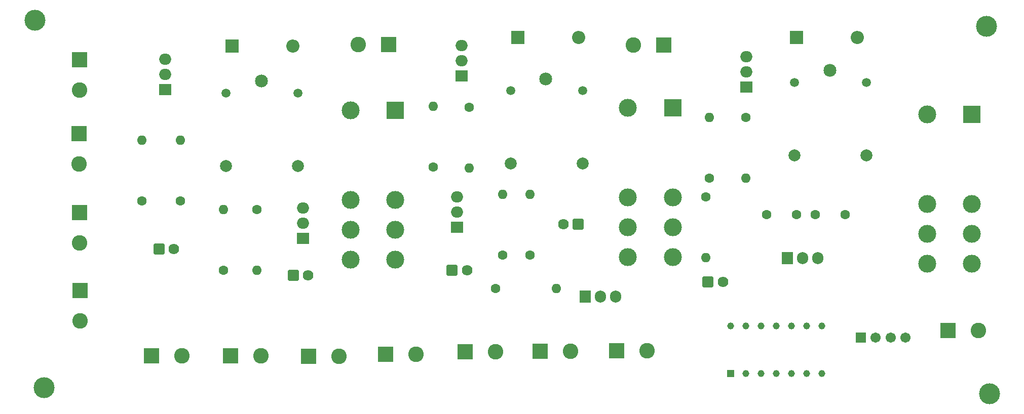
<source format=gbr>
%TF.GenerationSoftware,KiCad,Pcbnew,7.0.5*%
%TF.CreationDate,2024-01-10T23:37:06+05:30*%
%TF.ProjectId,Shutdown Circuit,53687574-646f-4776-9e20-436972637569,rev?*%
%TF.SameCoordinates,Original*%
%TF.FileFunction,Soldermask,Bot*%
%TF.FilePolarity,Negative*%
%FSLAX46Y46*%
G04 Gerber Fmt 4.6, Leading zero omitted, Abs format (unit mm)*
G04 Created by KiCad (PCBNEW 7.0.5) date 2024-01-10 23:37:06*
%MOMM*%
%LPD*%
G01*
G04 APERTURE LIST*
G04 Aperture macros list*
%AMRoundRect*
0 Rectangle with rounded corners*
0 $1 Rounding radius*
0 $2 $3 $4 $5 $6 $7 $8 $9 X,Y pos of 4 corners*
0 Add a 4 corners polygon primitive as box body*
4,1,4,$2,$3,$4,$5,$6,$7,$8,$9,$2,$3,0*
0 Add four circle primitives for the rounded corners*
1,1,$1+$1,$2,$3*
1,1,$1+$1,$4,$5*
1,1,$1+$1,$6,$7*
1,1,$1+$1,$8,$9*
0 Add four rect primitives between the rounded corners*
20,1,$1+$1,$2,$3,$4,$5,0*
20,1,$1+$1,$4,$5,$6,$7,0*
20,1,$1+$1,$6,$7,$8,$9,0*
20,1,$1+$1,$8,$9,$2,$3,0*%
G04 Aperture macros list end*
%ADD10C,3.500000*%
%ADD11C,1.600000*%
%ADD12R,2.000000X1.905000*%
%ADD13O,2.000000X1.905000*%
%ADD14R,1.905000X2.000000*%
%ADD15O,1.905000X2.000000*%
%ADD16O,1.600000X1.600000*%
%ADD17R,2.600000X2.600000*%
%ADD18C,2.600000*%
%ADD19C,1.512000*%
%ADD20C,2.154000*%
%ADD21C,2.004000*%
%ADD22C,1.779000*%
%ADD23RoundRect,0.102000X0.787500X0.787500X-0.787500X0.787500X-0.787500X-0.787500X0.787500X-0.787500X0*%
%ADD24R,2.200000X2.200000*%
%ADD25O,2.200000X2.200000*%
%ADD26C,3.000000*%
%ADD27R,3.000000X3.000000*%
%ADD28RoundRect,0.102000X-0.787500X-0.787500X0.787500X-0.787500X0.787500X0.787500X-0.787500X0.787500X0*%
%ADD29R,1.170000X1.170000*%
%ADD30C,1.170000*%
%ADD31RoundRect,0.102000X0.754000X0.754000X-0.754000X0.754000X-0.754000X-0.754000X0.754000X-0.754000X0*%
%ADD32C,1.712000*%
G04 APERTURE END LIST*
D10*
%TO.C,REF\u002A\u002A*%
X198120000Y-90424000D03*
%TD*%
%TO.C,REF\u002A\u002A*%
X40132000Y-89408000D03*
%TD*%
%TO.C,REF\u002A\u002A*%
X38608000Y-27940000D03*
%TD*%
%TO.C,REF\u002A\u002A*%
X197612000Y-28956000D03*
%TD*%
D11*
%TO.C,C2*%
X174026200Y-60497600D03*
X169026200Y-60497600D03*
%TD*%
D12*
%TO.C,Q7*%
X83413600Y-64465200D03*
D13*
X83413600Y-61925200D03*
X83413600Y-59385200D03*
%TD*%
D14*
%TO.C,Q5*%
X130581400Y-74147800D03*
D15*
X133121400Y-74147800D03*
X135661400Y-74147800D03*
%TD*%
D12*
%TO.C,Q3*%
X109174400Y-62585600D03*
D13*
X109174400Y-60045600D03*
X109174400Y-57505600D03*
%TD*%
D11*
%TO.C,C1*%
X165847400Y-60472200D03*
X160847400Y-60472200D03*
%TD*%
%TO.C,R3*%
X62890400Y-58216800D03*
D16*
X62890400Y-48056800D03*
%TD*%
D17*
%TO.C,J4*%
X110510400Y-83413800D03*
D18*
X115590400Y-83413800D03*
%TD*%
D17*
%TO.C,J15*%
X58064400Y-84099400D03*
D18*
X63144400Y-84099400D03*
%TD*%
D19*
%TO.C,K1*%
X130117900Y-39752500D03*
X118117900Y-39752500D03*
D20*
X123997900Y-37752500D03*
D21*
X130117900Y-51952500D03*
X118117900Y-51952500D03*
%TD*%
D22*
%TO.C,J17*%
X153599200Y-71738000D03*
D23*
X151099200Y-71738000D03*
%TD*%
D11*
%TO.C,R6*%
X116763800Y-67233800D03*
D16*
X116763800Y-57073800D03*
%TD*%
D17*
%TO.C,J1*%
X191180800Y-79832400D03*
D18*
X196260800Y-79832400D03*
%TD*%
D24*
%TO.C,D2*%
X119311700Y-30819700D03*
D25*
X129471700Y-30819700D03*
%TD*%
D12*
%TO.C,Q2*%
X157480000Y-39166800D03*
D13*
X157480000Y-36626800D03*
X157480000Y-34086800D03*
%TD*%
D12*
%TO.C,Q4*%
X60381000Y-39547800D03*
D13*
X60381000Y-37007800D03*
X60381000Y-34467800D03*
%TD*%
D17*
%TO.C,J7*%
X71297800Y-84099400D03*
D18*
X76377800Y-84099400D03*
%TD*%
D11*
%TO.C,R11*%
X121361200Y-67233800D03*
D16*
X121361200Y-57073800D03*
%TD*%
D23*
%TO.C,J16*%
X108345600Y-69748400D03*
D22*
X110845600Y-69748400D03*
%TD*%
D18*
%TO.C,J11*%
X46022614Y-52022798D03*
D17*
X46022614Y-46942798D03*
%TD*%
D19*
%TO.C,K3*%
X177557200Y-38371400D03*
X165557200Y-38371400D03*
D20*
X171437200Y-36371400D03*
D21*
X177557200Y-50571400D03*
X165557200Y-50571400D03*
%TD*%
D11*
%TO.C,R12*%
X150723600Y-57480200D03*
D16*
X150723600Y-67640200D03*
%TD*%
D17*
%TO.C,J5*%
X97226200Y-83845600D03*
D18*
X102306200Y-83845600D03*
%TD*%
D12*
%TO.C,Q1*%
X109911000Y-37236400D03*
D13*
X109911000Y-34696400D03*
X109911000Y-32156400D03*
%TD*%
D11*
%TO.C,R8*%
X157429200Y-44246800D03*
D16*
X157429200Y-54406800D03*
%TD*%
D23*
%TO.C,J14*%
X81782600Y-70595000D03*
D22*
X84282600Y-70595000D03*
%TD*%
D11*
%TO.C,R1*%
X70078600Y-69773800D03*
D16*
X70078600Y-59613800D03*
%TD*%
D19*
%TO.C,K7*%
X82555600Y-40153400D03*
X70555600Y-40153400D03*
D20*
X76435600Y-38153400D03*
D21*
X82555600Y-52353400D03*
X70555600Y-52353400D03*
%TD*%
D24*
%TO.C,D3*%
X165869900Y-30845100D03*
D25*
X176029900Y-30845100D03*
%TD*%
D17*
%TO.C,J3*%
X123063000Y-83312000D03*
D18*
X128143000Y-83312000D03*
%TD*%
D26*
%TO.C,K4*%
X145218800Y-62581800D03*
X145218800Y-57581800D03*
X145218800Y-67581800D03*
X137718800Y-62581800D03*
X137718800Y-57581800D03*
X137718800Y-67581800D03*
D27*
X145218800Y-42581800D03*
D26*
X137718800Y-42581800D03*
%TD*%
D17*
%TO.C,J2*%
X135834200Y-83261400D03*
D18*
X140914200Y-83261400D03*
%TD*%
D11*
%TO.C,R7*%
X151282400Y-54381400D03*
D16*
X151282400Y-44221400D03*
%TD*%
D17*
%TO.C,J10*%
X46099014Y-60104998D03*
D18*
X46099014Y-65184998D03*
%TD*%
D17*
%TO.C,J22*%
X46149814Y-73135198D03*
D18*
X46149814Y-78215198D03*
%TD*%
D14*
%TO.C,U2*%
X164338000Y-67741800D03*
D15*
X166878000Y-67741800D03*
X169418000Y-67741800D03*
%TD*%
D28*
%TO.C,J13*%
X129416100Y-62069200D03*
D22*
X126916100Y-62069200D03*
%TD*%
D29*
%TO.C,U1*%
X154889200Y-87071200D03*
D30*
X157429200Y-87071200D03*
X159969200Y-87071200D03*
X162509200Y-87071200D03*
X165049200Y-87071200D03*
X167589200Y-87071200D03*
X170129200Y-87071200D03*
X170129200Y-79131200D03*
X167589200Y-79131200D03*
X165049200Y-79131200D03*
X162509200Y-79131200D03*
X159969200Y-79131200D03*
X157429200Y-79131200D03*
X154889200Y-79131200D03*
%TD*%
D17*
%TO.C,J6*%
X84353400Y-84150200D03*
D18*
X89433400Y-84150200D03*
%TD*%
D11*
%TO.C,R4*%
X105130600Y-52527200D03*
D16*
X105130600Y-42367200D03*
%TD*%
D11*
%TO.C,R5*%
X111150400Y-42545000D03*
D16*
X111150400Y-52705000D03*
%TD*%
D17*
%TO.C,J9*%
X143692800Y-32080000D03*
D18*
X138612800Y-32080000D03*
%TD*%
D23*
%TO.C,J12*%
X59326700Y-66200800D03*
D22*
X61826700Y-66200800D03*
%TD*%
D31*
%TO.C,J19*%
X176596900Y-81059800D03*
D32*
X179096900Y-81059800D03*
X181596900Y-81059800D03*
X184096900Y-81059800D03*
%TD*%
D11*
%TO.C,R9*%
X115620800Y-72821800D03*
D16*
X125780800Y-72821800D03*
%TD*%
D24*
%TO.C,D1*%
X71526400Y-32308800D03*
D25*
X81686400Y-32308800D03*
%TD*%
D26*
%TO.C,K5*%
X195198100Y-63664500D03*
X195198100Y-58664500D03*
X195198100Y-68664500D03*
X187698100Y-63664500D03*
X187698100Y-58664500D03*
X187698100Y-68664500D03*
D27*
X195198100Y-43664500D03*
D26*
X187698100Y-43664500D03*
%TD*%
D17*
%TO.C,J18*%
X97724562Y-32035638D03*
D18*
X92644562Y-32035638D03*
%TD*%
D11*
%TO.C,R2*%
X56489600Y-58216800D03*
D16*
X56489600Y-48056800D03*
%TD*%
D18*
%TO.C,J8*%
X46073814Y-39662998D03*
D17*
X46073814Y-34582998D03*
%TD*%
D26*
%TO.C,K2*%
X98830500Y-63029500D03*
X98830500Y-58029500D03*
X98830500Y-68029500D03*
X91330500Y-63029500D03*
X91330500Y-58029500D03*
X91330500Y-68029500D03*
D27*
X98830500Y-43029500D03*
D26*
X91330500Y-43029500D03*
%TD*%
D11*
%TO.C,R10*%
X75666600Y-59613800D03*
D16*
X75666600Y-69773800D03*
%TD*%
M02*

</source>
